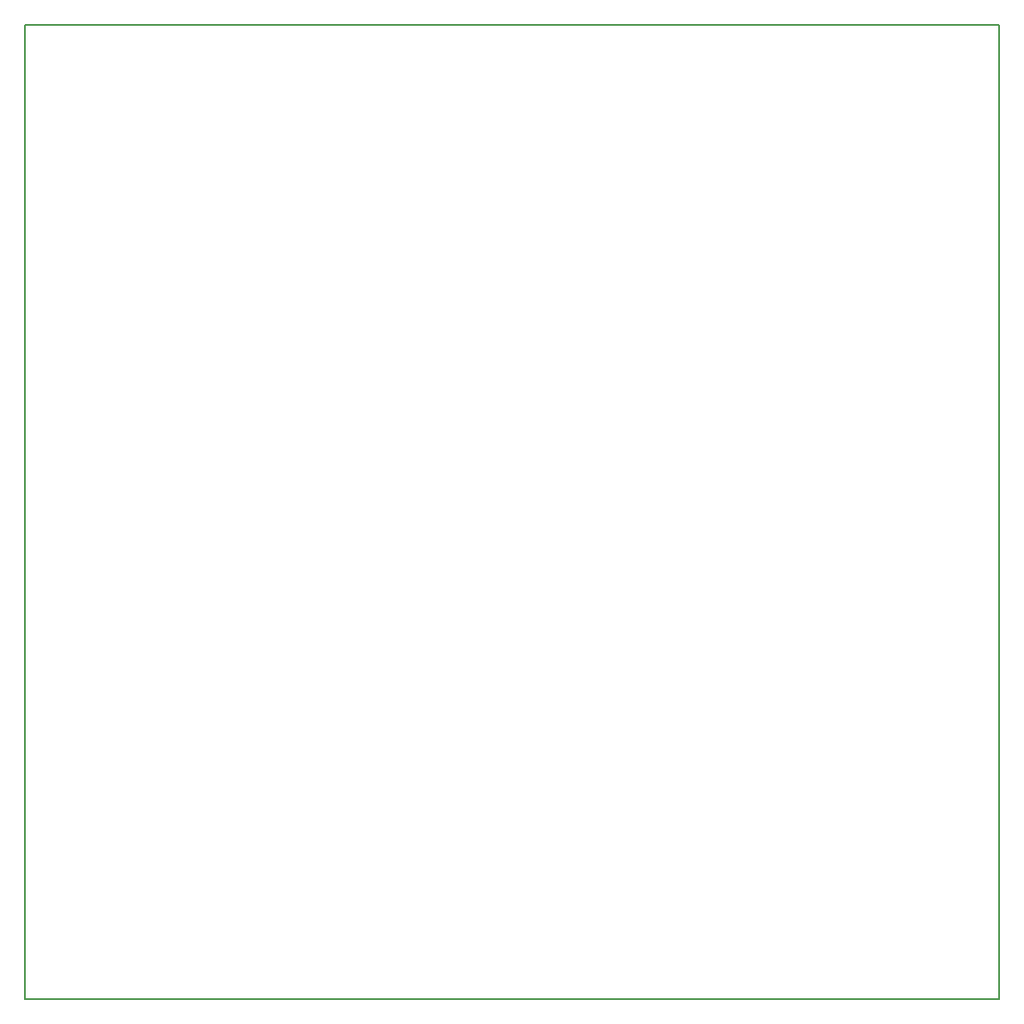
<source format=gm1>
G04 #@! TF.GenerationSoftware,KiCad,Pcbnew,5.0.0*
G04 #@! TF.CreationDate,2018-09-30T11:55:23-04:00*
G04 #@! TF.ProjectId,audio-attenuator,617564696F2D617474656E7561746F72,rev?*
G04 #@! TF.SameCoordinates,Original*
G04 #@! TF.FileFunction,Profile,NP*
%FSLAX46Y46*%
G04 Gerber Fmt 4.6, Leading zero omitted, Abs format (unit mm)*
G04 Created by KiCad (PCBNEW 5.0.0) date Sun Sep 30 11:55:23 2018*
%MOMM*%
%LPD*%
G01*
G04 APERTURE LIST*
%ADD10C,0.152400*%
G04 APERTURE END LIST*
D10*
X43000000Y-111000000D02*
X43000000Y-15000000D01*
X139000000Y-111000000D02*
X43000000Y-111000000D01*
X139000000Y-15000000D02*
X139000000Y-111000000D01*
X43000000Y-15000000D02*
X139000000Y-15000000D01*
M02*

</source>
